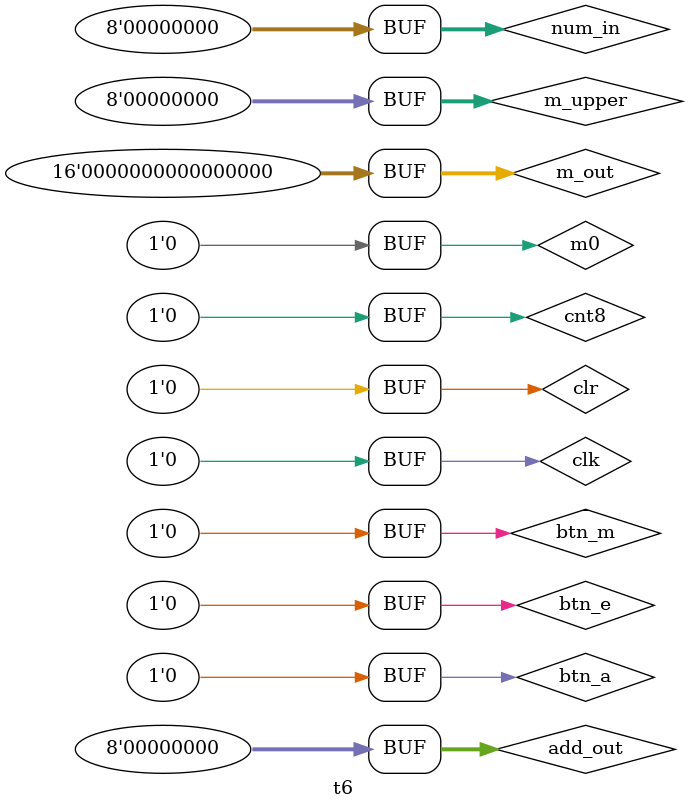
<source format=v>
`timescale 1ns / 1ps


module t6;

	// Inputs
	reg m0;
	reg cnt8;
	reg clk;
	reg btn_m;
	reg btn_a;
	reg btn_e;
	reg [15:0] m_out;
	reg [7:0] m_upper;
	reg [7:0] num_in;
	reg [7:0] add_out;
	reg clr;

	// Outputs
	wire ld_a;
	wire ld_mu;
	wire ld_ml;
	wire shr_m;
	wire cl_m;
	wire counter_en;
	wire counter_clr;
	wire ld_result;
	wire [7:0] add_in;
	wire [15:0] result;

	// Instantiate the Unit Under Test (UUT)
	calc_control uut (
		.ld_a(ld_a), 
		.ld_mu(ld_mu), 
		.ld_ml(ld_ml), 
		.shr_m(shr_m), 
		.cl_m(cl_m), 
		.counter_en(counter_en), 
		.counter_clr(counter_clr), 
		.ld_result(ld_result), 
		.add_in(add_in), 
		.result(result), 
		.m0(m0), 
		.cnt8(cnt8), 
		.clk(clk), 
		.btn_m(btn_m), 
		.btn_a(btn_a), 
		.btn_e(btn_e), 
		.m_out(m_out), 
		.m_upper(m_upper), 
		.num_in(num_in), 
		.add_out(add_out), 
		.clr(clr)
	);

	initial begin
		// Initialize Inputs
		m0 = 0;
		cnt8 = 0;
		clk = 0;
		btn_m = 0;
		btn_a = 0;
		btn_e = 0;
		m_out = 0;
		m_upper = 0;
		num_in = 0;
		add_out = 0;
		clr = 0;

		// Wait 100 ns for global reset to finish
		#100;
        
		// Add stimulus here

	end
      
endmodule


</source>
